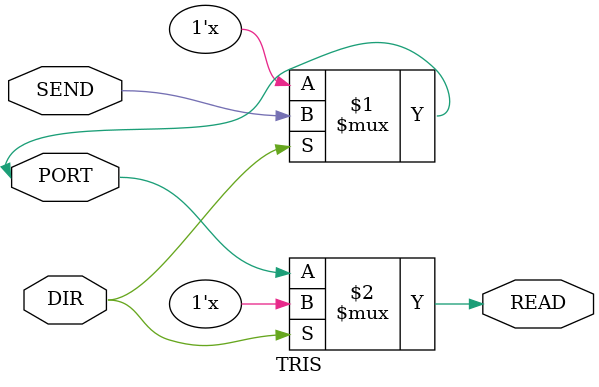
<source format=v>

`timescale 1ns / 1ps

module TRIS(
    inout PORT,
    input DIR,
    input SEND,
    output READ
    );

assign PORT = DIR ? SEND : 1'bZ; // Se DIR 1 -- copia DHT_OUT para saida, caso nao, deixa o pino indefinido para atuar como entrada
assign READ = DIR ?  1'bz : PORT;

endmodule

</source>
